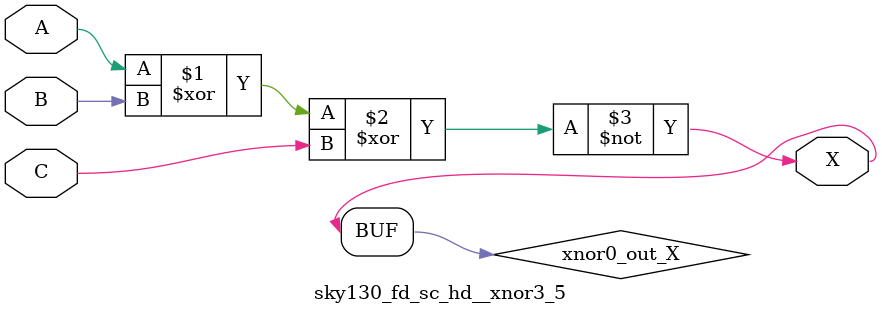
<source format=v>
module sky130_fd_sc_hd__xnor3_5 (
    X,
    A,
    B,
    C
);
    output X;
    input  A;
    input  B;
    input  C;
    wire xnor0_out_X;
    xnor xnor0 (xnor0_out_X, A, B, C        );
    buf  buf0  (X          , xnor0_out_X    );
endmodule
</source>
